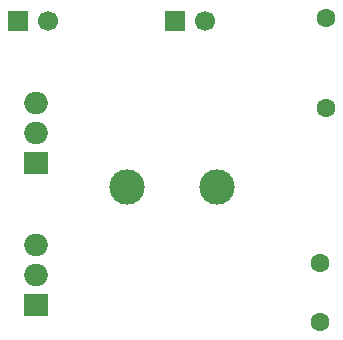
<source format=gbr>
%TF.GenerationSoftware,KiCad,Pcbnew,9.0.6*%
%TF.CreationDate,2025-12-23T20:16:15+05:30*%
%TF.ProjectId,Class D,436c6173-7320-4442-9e6b-696361645f70,rev?*%
%TF.SameCoordinates,Original*%
%TF.FileFunction,Soldermask,Bot*%
%TF.FilePolarity,Negative*%
%FSLAX46Y46*%
G04 Gerber Fmt 4.6, Leading zero omitted, Abs format (unit mm)*
G04 Created by KiCad (PCBNEW 9.0.6) date 2025-12-23 20:16:15*
%MOMM*%
%LPD*%
G01*
G04 APERTURE LIST*
%ADD10C,1.700000*%
%ADD11R,1.700000X1.700000*%
%ADD12R,2.000000X1.905000*%
%ADD13O,2.000000X1.905000*%
%ADD14C,1.600000*%
%ADD15C,3.000000*%
G04 APERTURE END LIST*
D10*
%TO.C,BT1*%
X51000000Y-47000000D03*
D11*
X48460000Y-47000000D03*
%TD*%
D10*
%TO.C,BT2*%
X64265000Y-47000000D03*
D11*
X61725000Y-47000000D03*
%TD*%
D12*
%TO.C,Q2*%
X49950000Y-71040000D03*
D13*
X49950000Y-68500000D03*
X49950000Y-65960000D03*
%TD*%
D14*
%TO.C,C1*%
X74000000Y-72500000D03*
X74000000Y-67500000D03*
%TD*%
%TO.C,R1*%
X74500000Y-54310000D03*
X74500000Y-46690000D03*
%TD*%
D15*
%TO.C,L1*%
X57690000Y-61000000D03*
X65310000Y-61000000D03*
%TD*%
D12*
%TO.C,Q1*%
X49950000Y-59040000D03*
D13*
X49950000Y-56500000D03*
X49950000Y-53960000D03*
%TD*%
M02*

</source>
